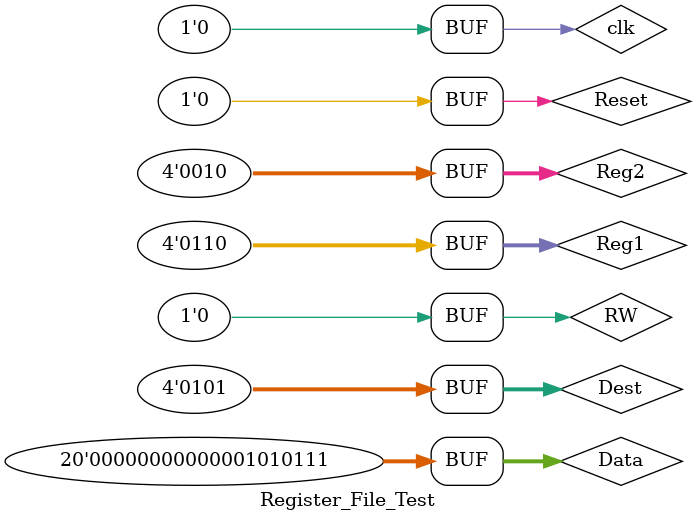
<source format=v>
`timescale 1ns / 1ps


module Register_File_Test;

	// Inputs
	reg clk;
	reg RW;
	reg [3:0] Dest;
	reg [19:0] Data;
	reg Reset;
	reg [3:0] Reg1;
	reg [3:0] Reg2;

	// Outputs
	wire [19:0] out_reg1;
	wire [19:0] out_reg2;

	// Instantiate the Unit Under Test (UUT)
	Register_File uut (
		.clk(clk), 
		.RW(RW), 
		.Dest(Dest), 
		.Data(Data), 
		.Reset(Reset), 
		.Reg1(Reg1), 
		.Reg2(Reg2), 
		.out_reg1(out_reg1), 
		.out_reg2(out_reg2)
	);

	initial begin
		// Initialize Inputs
		clk = 0;
		RW = 0;
		Dest = 4'b0101;
		Data = 20'b00000000000001010110;
		Reset = 0;
		Reg1 = 4'b0110;
		Reg2 = 4'b0010;

		// Wait 100 ns for global reset to finish
		#100;
        
		// Add stimulus here
		clk = 1;
		RW = 1;
		Dest = 4'b0101;
		Data = 20'b00000000000001010110;
		Reset = 0;
		Reg1 = 4'b0110;
		Reg2 = 4'b0010;
		
		#100;
		
		clk = 0;
		RW = 0;
		Dest = 4'b0101;
		Data = 20'b00000000000001010110;
		Reset = 1;
		Reg1 = 4'b0110;
		Reg2 = 4'b0010;
		
		#100;
		
		clk = 1;
		RW = 1;
		Dest = 4'b0101;
		Data = 20'b00000000000001010110;
		Reset = 0;
		Reg1 = 4'b0110;
		Reg2 = 4'b0010;
		
		#100;
		
		clk = 0;
		RW = 0;
		Dest = 4'b0101;
		Data = 20'b00000000000001010111;
		Reset = 0;
		Reg1 = 4'b0110;
		Reg2 = 4'b0010;
		
		#100;
	end
      
endmodule


</source>
